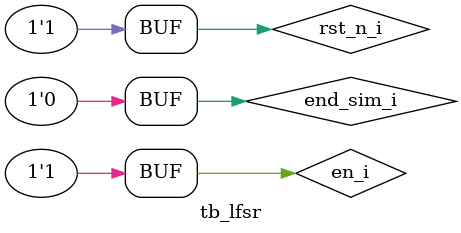
<source format=v>
/******************************
 * TESTBENCH for 24-bit LFSR
 *****************************/

module tb_lfsr ();

	wire clk_i;
	reg end_sim_i;
	reg rst_n_i;
	reg en_i;

	//reg [24:1] seed_i;
	wire [20:0] dout_i;

	clk_gen CG(
		.END_SIM(end_sim_i),
		.CLK(clk_i));

	lfsr #(
		.N(20),
		.SEED(1)
	) DUT (
		
		.clk(clk_i),
		.rst_n(rst_n_i),
		.en(en_i),
		//.seed(seed_i),
		.dout(dout_i));

	//initial reset
	initial begin
		end_sim_i = 0;
		en_i = 1;
		//seed_i = 24'h000001;
		rst_n_i = 0; #6
		rst_n_i = 1; #18
		en_i = 0; #5
		en_i = 1;

	end
endmodule

</source>
